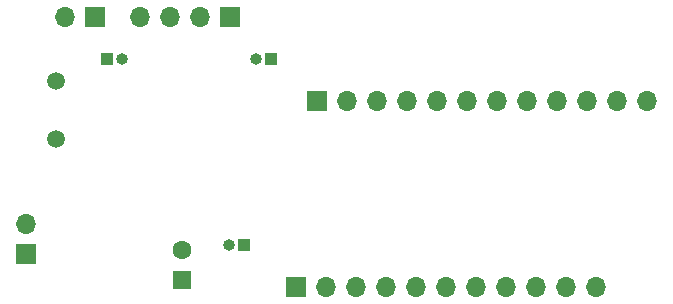
<source format=gbr>
%TF.GenerationSoftware,KiCad,Pcbnew,7.0.9*%
%TF.CreationDate,2025-01-22T01:01:42+01:00*%
%TF.ProjectId,MaotekEDP,4d616f74-656b-4454-9450-2e6b69636164,rev?*%
%TF.SameCoordinates,Original*%
%TF.FileFunction,Soldermask,Bot*%
%TF.FilePolarity,Negative*%
%FSLAX46Y46*%
G04 Gerber Fmt 4.6, Leading zero omitted, Abs format (unit mm)*
G04 Created by KiCad (PCBNEW 7.0.9) date 2025-01-22 01:01:42*
%MOMM*%
%LPD*%
G01*
G04 APERTURE LIST*
%ADD10R,1.700000X1.700000*%
%ADD11O,1.700000X1.700000*%
%ADD12C,1.500000*%
%ADD13R,1.000000X1.000000*%
%ADD14O,1.000000X1.000000*%
%ADD15R,1.600000X1.600000*%
%ADD16C,1.600000*%
G04 APERTURE END LIST*
D10*
%TO.C,J9*%
X156723000Y-50292000D03*
D11*
X154183000Y-50292000D03*
%TD*%
D10*
%TO.C,J8*%
X175514000Y-57404000D03*
D11*
X178054000Y-57404000D03*
X180594000Y-57404000D03*
X183134000Y-57404000D03*
X185674000Y-57404000D03*
X188214000Y-57404000D03*
X190754000Y-57404000D03*
X193294000Y-57404000D03*
X195834000Y-57404000D03*
X198374000Y-57404000D03*
X200914000Y-57404000D03*
X203454000Y-57404000D03*
%TD*%
D12*
%TO.C,Y1*%
X153416000Y-60616000D03*
X153416000Y-55716000D03*
%TD*%
D10*
%TO.C,J3*%
X168148000Y-50292000D03*
D11*
X165608000Y-50292000D03*
X163068000Y-50292000D03*
X160528000Y-50292000D03*
%TD*%
D10*
%TO.C,J7*%
X150876000Y-70363000D03*
D11*
X150876000Y-67823000D03*
%TD*%
D13*
%TO.C,J4*%
X157734000Y-53848000D03*
D14*
X159004000Y-53848000D03*
%TD*%
D15*
%TO.C,C14*%
X164084000Y-72579113D03*
D16*
X164084000Y-70079113D03*
%TD*%
D10*
%TO.C,J2*%
X173736000Y-73152000D03*
D11*
X176276000Y-73152000D03*
X178816000Y-73152000D03*
X181356000Y-73152000D03*
X183896000Y-73152000D03*
X186436000Y-73152000D03*
X188976000Y-73152000D03*
X191516000Y-73152000D03*
X194056000Y-73152000D03*
X196596000Y-73152000D03*
X199136000Y-73152000D03*
%TD*%
D13*
%TO.C,J6*%
X169306000Y-69596000D03*
D14*
X168036000Y-69596000D03*
%TD*%
D13*
%TO.C,J5*%
X171592000Y-53848000D03*
D14*
X170322000Y-53848000D03*
%TD*%
M02*

</source>
